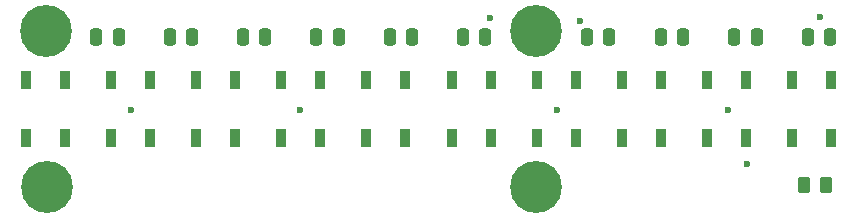
<source format=gbr>
%TF.GenerationSoftware,KiCad,Pcbnew,9.0.3*%
%TF.CreationDate,2025-07-20T20:49:32+01:00*%
%TF.ProjectId,disturbance-free-calling,64697374-7572-4626-916e-63652d667265,0.2*%
%TF.SameCoordinates,Original*%
%TF.FileFunction,Soldermask,Top*%
%TF.FilePolarity,Negative*%
%FSLAX46Y46*%
G04 Gerber Fmt 4.6, Leading zero omitted, Abs format (unit mm)*
G04 Created by KiCad (PCBNEW 9.0.3) date 2025-07-20 20:49:32*
%MOMM*%
%LPD*%
G01*
G04 APERTURE LIST*
G04 Aperture macros list*
%AMRoundRect*
0 Rectangle with rounded corners*
0 $1 Rounding radius*
0 $2 $3 $4 $5 $6 $7 $8 $9 X,Y pos of 4 corners*
0 Add a 4 corners polygon primitive as box body*
4,1,4,$2,$3,$4,$5,$6,$7,$8,$9,$2,$3,0*
0 Add four circle primitives for the rounded corners*
1,1,$1+$1,$2,$3*
1,1,$1+$1,$4,$5*
1,1,$1+$1,$6,$7*
1,1,$1+$1,$8,$9*
0 Add four rect primitives between the rounded corners*
20,1,$1+$1,$2,$3,$4,$5,0*
20,1,$1+$1,$4,$5,$6,$7,0*
20,1,$1+$1,$6,$7,$8,$9,0*
20,1,$1+$1,$8,$9,$2,$3,0*%
G04 Aperture macros list end*
%ADD10RoundRect,0.250000X0.250000X0.475000X-0.250000X0.475000X-0.250000X-0.475000X0.250000X-0.475000X0*%
%ADD11C,4.400000*%
%ADD12RoundRect,0.090000X-0.360000X0.660000X-0.360000X-0.660000X0.360000X-0.660000X0.360000X0.660000X0*%
%ADD13RoundRect,0.250000X-0.262500X-0.450000X0.262500X-0.450000X0.262500X0.450000X-0.262500X0.450000X0*%
%ADD14C,0.600000*%
G04 APERTURE END LIST*
D10*
%TO.C,C2*%
X130977667Y-57463111D03*
X129077667Y-57463111D03*
%TD*%
%TO.C,C7*%
X95591400Y-57463111D03*
X93691400Y-57463111D03*
%TD*%
%TO.C,C3*%
X124734333Y-57463111D03*
X122834333Y-57463111D03*
%TD*%
D11*
%TO.C,H1*%
X70840600Y-56946800D03*
%TD*%
D10*
%TO.C,C9*%
X83171800Y-57463111D03*
X81271800Y-57463111D03*
%TD*%
%TO.C,C8*%
X89381600Y-57463111D03*
X87481600Y-57463111D03*
%TD*%
D12*
%TO.C,D4*%
X115650000Y-61100000D03*
X112350000Y-61100000D03*
X112350000Y-66000000D03*
X115650000Y-66000000D03*
%TD*%
D10*
%TO.C,C1*%
X137221000Y-57463111D03*
X135321000Y-57463111D03*
%TD*%
D11*
%TO.C,H2*%
X70866000Y-70104000D03*
%TD*%
D10*
%TO.C,C5*%
X108011000Y-57463111D03*
X106111000Y-57463111D03*
%TD*%
D11*
%TO.C,H4*%
X112268000Y-70129400D03*
%TD*%
D12*
%TO.C,D1*%
X137280942Y-61100000D03*
X133980942Y-61100000D03*
X133980942Y-66000000D03*
X137280942Y-66000000D03*
%TD*%
D11*
%TO.C,H3*%
X112268000Y-56946800D03*
%TD*%
D12*
%TO.C,D2*%
X130070628Y-61100000D03*
X126770628Y-61100000D03*
X126770628Y-66000000D03*
X130070628Y-66000000D03*
%TD*%
D13*
%TO.C,R1*%
X134977500Y-69977000D03*
X136802500Y-69977000D03*
%TD*%
D12*
%TO.C,D3*%
X122860314Y-61100000D03*
X119560314Y-61100000D03*
X119560314Y-66000000D03*
X122860314Y-66000000D03*
%TD*%
%TO.C,D7*%
X94019058Y-61100000D03*
X90719058Y-61100000D03*
X90719058Y-66000000D03*
X94019058Y-66000000D03*
%TD*%
%TO.C,D8*%
X86808744Y-61100000D03*
X83508744Y-61100000D03*
X83508744Y-66000000D03*
X86808744Y-66000000D03*
%TD*%
%TO.C,D5*%
X108439686Y-61100000D03*
X105139686Y-61100000D03*
X105139686Y-66000000D03*
X108439686Y-66000000D03*
%TD*%
%TO.C,D9*%
X79598430Y-61100000D03*
X76298430Y-61100000D03*
X76298430Y-66000000D03*
X79598430Y-66000000D03*
%TD*%
%TO.C,D6*%
X101229372Y-61100000D03*
X97929372Y-61100000D03*
X97929372Y-66000000D03*
X101229372Y-66000000D03*
%TD*%
D10*
%TO.C,C6*%
X101801200Y-57463111D03*
X99901200Y-57463111D03*
%TD*%
%TO.C,C4*%
X118491000Y-57463111D03*
X116591000Y-57463111D03*
%TD*%
D12*
%TO.C,D10*%
X72388112Y-61100000D03*
X69088112Y-61100000D03*
X69088112Y-66000000D03*
X72388112Y-66000000D03*
%TD*%
D10*
%TO.C,C10*%
X76962000Y-57463111D03*
X75062000Y-57463111D03*
%TD*%
D14*
X108356400Y-55829200D03*
X136309100Y-55765700D03*
X116052600Y-56083200D03*
X77978000Y-63627000D03*
X128524000Y-63627000D03*
X92329000Y-63627000D03*
X114046000Y-63627000D03*
X130124200Y-68224400D03*
M02*

</source>
